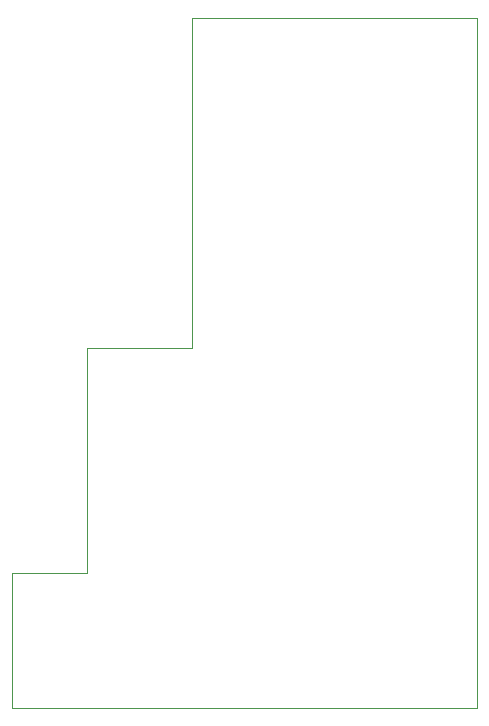
<source format=gbr>
%TF.GenerationSoftware,KiCad,Pcbnew,(5.1.6)-1*%
%TF.CreationDate,2020-12-26T21:59:52+01:00*%
%TF.ProjectId,userinput,75736572-696e-4707-9574-2e6b69636164,rev?*%
%TF.SameCoordinates,PX94f9350PY93c3260*%
%TF.FileFunction,Profile,NP*%
%FSLAX46Y46*%
G04 Gerber Fmt 4.6, Leading zero omitted, Abs format (unit mm)*
G04 Created by KiCad (PCBNEW (5.1.6)-1) date 2020-12-26 21:59:52*
%MOMM*%
%LPD*%
G01*
G04 APERTURE LIST*
%TA.AperFunction,Profile*%
%ADD10C,0.050000*%
%TD*%
%TA.AperFunction,Profile*%
%ADD11C,0.100000*%
%TD*%
G04 APERTURE END LIST*
D10*
X0Y11430000D02*
X0Y0D01*
X6350000Y11430000D02*
X0Y11430000D01*
D11*
X39370000Y0D02*
X0Y0D01*
X39370000Y58420000D02*
X39370000Y0D01*
X15240000Y58420000D02*
X39370000Y58420000D01*
X15240000Y30480000D02*
X15240000Y58420000D01*
X6350000Y30480000D02*
X15240000Y30480000D01*
X6350000Y11430000D02*
X6350000Y30480000D01*
M02*

</source>
